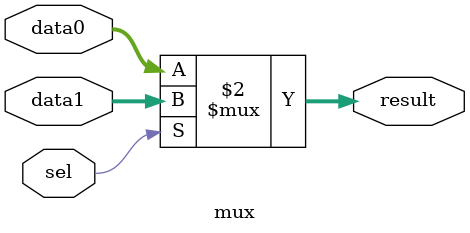
<source format=v>
module mux(
input [3:0] data0,
input [3:0] data1,
input sel,
output [3:0] result
);
assign result = (sel==1'b1)?data1:data0;
endmodule
</source>
